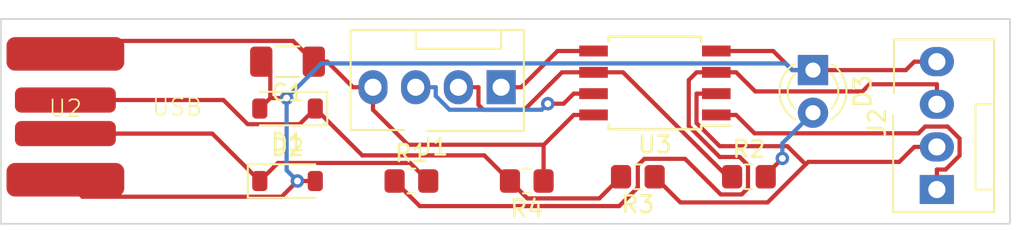
<source format=kicad_pcb>
(kicad_pcb (version 20221018) (generator pcbnew)
  (layers (0 "F.Cu" signal) (31 "B.Cu" signal) (34 "B.Paste" user) (35 "F.Paste" user) (36 "B.SilkS" user "B.Silkscreen") (37 "F.SilkS" user "F.Silkscreen") (38 "B.Mask" user) (39 "F.Mask" user) (44 "Edge.Cuts" user))
  (net 0 "")
  (net 1 "+5V")
  (net 2 "GND")
  (net 3 "Net-(D1-K)")
  (net 4 "Net-(D2-K)")
  (net 5 "Net-(D3-A)")
  (net 6 "Net-(J1-Pin_1)")
  (net 7 "Net-(J1-Pin_2)")
  (net 8 "Net-(J1-Pin_3)")
  (net 9 "Net-(J2-Pin_1)")
  (net 10 "Net-(J2-Pin_2)")
  (net 11 "Net-(J2-Pin_3)")
  (footprint "Package_SO:SOIC-8W_5.3x5.3mm_P1.27mm" (layer "F.Cu") (at 109.982 44.45 180)
    (fp_text reference "U3" (at 0 -3.68) (layer "F.SilkS"))
    (fp_text value "ATtiny85-20S")
    (fp_line (start -2.75 -2.755) (end -2.75 -2.55) (stroke (width 0.15)) (layer "F.SilkS"))
    (fp_line (start -2.75 -2.755) (end 2.75 -2.755) (stroke (width 0.15)) (layer "F.SilkS"))
    (fp_line (start -2.75 -2.55) (end -4.5 -2.55) (stroke (width 0.15)) (layer "F.SilkS"))
    (fp_line (start -2.75 2.755) (end -2.75 2.455) (stroke (width 0.15)) (layer "F.SilkS"))
    (fp_line (start -2.75 2.755) (end 2.75 2.755) (stroke (width 0.15)) (layer "F.SilkS"))
    (fp_line (start 2.75 -2.755) (end 2.75 -2.455) (stroke (width 0.15)) (layer "F.SilkS"))
    (fp_line (start 2.75 2.755) (end 2.75 2.455) (stroke (width 0.15)) (layer "F.SilkS"))
    (pad "1" smd rect (at -3.65 -1.905 180) (size 1.7 0.65) (layers "F.Cu" "F.Paste" "F.Mask") (net 9 "Net-(J2-Pin_1)"))
    (pad "2" smd rect (at -3.65 -0.635 180) (size 1.7 0.65) (layers "F.Cu" "F.Paste" "F.Mask") (net 10 "Net-(J2-Pin_2)"))
    (pad "3" smd rect (at -3.65 0.635 180) (size 1.7 0.65) (layers "F.Cu" "F.Paste" "F.Mask") (net 11 "Net-(J2-Pin_3)"))
    (pad "4" smd rect (at -3.65 1.905 180) (size 1.7 0.65) (layers "F.Cu" "F.Paste" "F.Mask") (net 2 "GND"))
    (pad "5" smd rect (at 3.65 1.905 180) (size 1.7 0.65) (layers "F.Cu" "F.Paste" "F.Mask") (net 6 "Net-(J1-Pin_1)"))
    (pad "6" smd rect (at 3.65 0.635 180) (size 1.7 0.65) (layers "F.Cu" "F.Paste" "F.Mask") (net 7 "Net-(J1-Pin_2)"))
    (pad "7" smd rect (at 3.65 -0.635 180) (size 1.7 0.65) (layers "F.Cu" "F.Paste" "F.Mask") (net 8 "Net-(J1-Pin_3)"))
    (pad "8" smd rect (at 3.65 -1.905 180) (size 1.7 0.65) (layers "F.Cu" "F.Paste" "F.Mask") (net 1 "+5V"))
  )
  (footprint "Connector:FanPinHeader_1x04_P2.54mm_Vertical" (layer "F.Cu") (at 100.838 44.704 180)
    (fp_text reference "J1" (at 4 -3.55) (layer "F.SilkS"))
    (fp_text value "Conn_01x04")
    (fp_line (start -1.35 -2.6) (end 4.4 -2.6) (stroke (width 0.12)) (layer "F.SilkS"))
    (fp_line (start -1.35 3.4) (end -1.35 -2.6) (stroke (width 0.12)) (layer "F.SilkS"))
    (fp_line (start 0 2.29) (end 5.08 2.29) (stroke (width 0.12)) (layer "F.SilkS"))
    (fp_line (start 0 3.3) (end 0 2.29) (stroke (width 0.12)) (layer "F.SilkS"))
    (fp_line (start 5.08 2.29) (end 5.08 3.3) (stroke (width 0.12)) (layer "F.SilkS"))
    (fp_line (start 5.75 -2.55) (end 8.95 -2.55) (stroke (width 0.12)) (layer "F.SilkS"))
    (fp_line (start 8.95 -2.55) (end 8.95 3.4) (stroke (width 0.12)) (layer "F.SilkS"))
    (fp_line (start 8.95 3.4) (end -1.35 3.4) (stroke (width 0.12)) (layer "F.SilkS"))
    (pad "" np_thru_hole circle (at 5.08 -2.16 270) (size 1.1 1.1) (drill 1.1) (layers "*.Cu" "*.Mask"))
    (pad "1" thru_hole rect (at 0 0 270) (size 2.03 1.73) (drill 1.02) (layers "*.Cu" "*.Mask") (net 6 "Net-(J1-Pin_1)"))
    (pad "2" thru_hole oval (at 2.54 0 270) (size 2.03 1.73) (drill 1.02) (layers "*.Cu" "*.Mask") (net 7 "Net-(J1-Pin_2)"))
    (pad "3" thru_hole oval (at 5.08 0 270) (size 2.03 1.73) (drill 1.02) (layers "*.Cu" "*.Mask") (net 8 "Net-(J1-Pin_3)"))
    (pad "4" thru_hole oval (at 7.62 0 270) (size 2.03 1.73) (drill 1.02) (layers "*.Cu" "*.Mask") (net 1 "+5V"))
  )
  (footprint "Resistor_SMD:R_0805_2012Metric_Pad1.20x1.40mm_HandSolder" (layer "F.Cu") (at 115.57 50.038)
    (fp_text reference "R2" (at 0 -1.65) (layer "F.SilkS"))
    (fp_text value "330R")
    (fp_line (start -0.227064 -0.735) (end 0.227064 -0.735) (stroke (width 0.12)) (layer "F.SilkS"))
    (fp_line (start -0.227064 0.735) (end 0.227064 0.735) (stroke (width 0.12)) (layer "F.SilkS"))
    (pad "1" smd roundrect (at -1 0) (size 1.2 1.4) (layers "F.Cu" "F.Paste" "F.Mask") (roundrect_rratio 0.208333) (net 7 "Net-(J1-Pin_2)"))
    (pad "2" smd roundrect (at 1 0) (size 1.2 1.4) (layers "F.Cu" "F.Paste" "F.Mask") (roundrect_rratio 0.208333) (net 5 "Net-(D3-A)"))
  )
  (footprint "LED_THT:LED_D3.0mm" (layer "F.Cu") (at 119.38 43.683 -90)
    (fp_text reference "D3" (at 1.27 -2.96 90) (layer "F.SilkS"))
    (fp_text value "LED" hide)
    (fp_line (start -0.29 -1.236) (end -0.29 -1.08) (stroke (width 0.12)) (layer "F.SilkS"))
    (fp_line (start -0.29 1.08) (end -0.29 1.236) (stroke (width 0.12)) (layer "F.SilkS"))
    (fp_arc (start -0.29 -1.235516) (mid 1.366487 -1.987659) (end 2.942335 -1.078608) (stroke (width 0.12)) (layer "F.SilkS"))
    (fp_arc (start 0.229039 -1.08) (mid 1.270117 -1.5) (end 2.31113 -1.079837) (stroke (width 0.12)) (layer "F.SilkS"))
    (fp_arc (start 2.31113 1.079837) (mid 1.270117 1.5) (end 0.229039 1.08) (stroke (width 0.12)) (layer "F.SilkS"))
    (fp_arc (start 2.942335 1.078608) (mid 1.366487 1.987659) (end -0.29 1.235516) (stroke (width 0.12)) (layer "F.SilkS"))
    (pad "1" thru_hole rect (at 0 0 270) (size 1.8 1.8) (drill 0.9) (layers "*.Cu" "*.Mask") (net 2 "GND"))
    (pad "2" thru_hole circle (at 2.54 0 270) (size 1.8 1.8) (drill 0.9) (layers "*.Cu" "*.Mask") (net 5 "Net-(D3-A)"))
  )
  (footprint "Connector:FanPinHeader_1x04_P2.54mm_Vertical" (layer "F.Cu") (at 126.746 50.8 90)
    (fp_text reference "J2" (at 4 -3.55 90) (layer "F.SilkS"))
    (fp_text value "Conn_01x04")
    (fp_line (start -1.35 -2.6) (end 4.4 -2.6) (stroke (width 0.12)) (layer "F.SilkS"))
    (fp_line (start -1.35 3.4) (end -1.35 -2.6) (stroke (width 0.12)) (layer "F.SilkS"))
    (fp_line (start 0 2.29) (end 5.08 2.29) (stroke (width 0.12)) (layer "F.SilkS"))
    (fp_line (start 0 3.3) (end 0 2.29) (stroke (width 0.12)) (layer "F.SilkS"))
    (fp_line (start 5.08 2.29) (end 5.08 3.3) (stroke (width 0.12)) (layer "F.SilkS"))
    (fp_line (start 5.75 -2.55) (end 8.95 -2.55) (stroke (width 0.12)) (layer "F.SilkS"))
    (fp_line (start 8.95 -2.55) (end 8.95 3.4) (stroke (width 0.12)) (layer "F.SilkS"))
    (fp_line (start 8.95 3.4) (end -1.35 3.4) (stroke (width 0.12)) (layer "F.SilkS"))
    (pad "" np_thru_hole circle (at 5.08 -2.16 180) (size 1.1 1.1) (drill 1.1) (layers "*.Cu" "*.Mask"))
    (pad "1" thru_hole rect (at 0 0 180) (size 2.03 1.73) (drill 1.02) (layers "*.Cu" "*.Mask") (net 9 "Net-(J2-Pin_1)"))
    (pad "2" thru_hole oval (at 2.54 0 180) (size 2.03 1.73) (drill 1.02) (layers "*.Cu" "*.Mask") (net 10 "Net-(J2-Pin_2)"))
    (pad "3" thru_hole oval (at 5.08 0 180) (size 2.03 1.73) (drill 1.02) (layers "*.Cu" "*.Mask") (net 11 "Net-(J2-Pin_3)"))
    (pad "4" thru_hole oval (at 7.62 0 180) (size 2.03 1.73) (drill 1.02) (layers "*.Cu" "*.Mask") (net 2 "GND"))
  )
  (footprint "Capacitor_SMD:C_1206_3216Metric_Pad1.33x1.80mm_HandSolder" (layer "F.Cu") (at 88.138 43.18 180)
    (fp_text reference "C1" (at 0 -1.85) (layer "F.SilkS"))
    (fp_text value "100n")
    (fp_line (start -0.711252 -0.91) (end 0.711252 -0.91) (stroke (width 0.12)) (layer "F.SilkS"))
    (fp_line (start -0.711252 0.91) (end 0.711252 0.91) (stroke (width 0.12)) (layer "F.SilkS"))
    (pad "1" smd roundrect (at -1.5625 0 180) (size 1.325 1.8) (layers "F.Cu" "F.Paste" "F.Mask") (roundrect_rratio 0.188679) (net 1 "+5V"))
    (pad "2" smd roundrect (at 1.5625 0 180) (size 1.325 1.8) (layers "F.Cu" "F.Paste" "F.Mask") (roundrect_rratio 0.188679) (net 2 "GND"))
  )
  (footprint "Diode_SMD:D_SOD-123" (layer "F.Cu") (at 88.138 45.974 180)
    (fp_text reference "D1" (at 0 -2) (layer "F.SilkS"))
    (fp_text value "3v6")
    (fp_line (start -2.36 -1) (end -2.36 1) (stroke (width 0.12)) (layer "F.SilkS"))
    (fp_line (start -2.36 -1) (end 1.65 -1) (stroke (width 0.12)) (layer "F.SilkS"))
    (fp_line (start -2.36 1) (end 1.65 1) (stroke (width 0.12)) (layer "F.SilkS"))
    (pad "1" smd roundrect (at -1.65 0 180) (size 0.9 1.2) (layers "F.Cu" "F.Paste" "F.Mask") (net 3 "Net-(D1-K)"))
    (pad "2" smd roundrect (at 1.65 0 180) (size 0.9 1.2) (layers "F.Cu" "F.Paste" "F.Mask") (net 2 "GND"))
  )
  (footprint "Resistor_SMD:R_0805_2012Metric_Pad1.20x1.40mm_HandSolder" (layer "F.Cu") (at 95.504 50.292)
    (fp_text reference "R1" (at 0 -1.65) (layer "F.SilkS"))
    (fp_text value "68R")
    (fp_line (start -0.227064 -0.735) (end 0.227064 -0.735) (stroke (width 0.12)) (layer "F.SilkS"))
    (fp_line (start -0.227064 0.735) (end 0.227064 0.735) (stroke (width 0.12)) (layer "F.SilkS"))
    (pad "1" smd roundrect (at -1 0) (size 1.2 1.4) (layers "F.Cu" "F.Paste" "F.Mask") (roundrect_rratio 0.208333) (net 11 "Net-(J2-Pin_3)"))
    (pad "2" smd roundrect (at 1 0) (size 1.2 1.4) (layers "F.Cu" "F.Paste" "F.Mask") (roundrect_rratio 0.208333) (net 4 "Net-(D2-K)"))
  )
  (footprint "Diode_SMD:D_SOD-123" (layer "F.Cu") (at 88.138 50.292)
    (fp_text reference "D2" (at 0 -2) (layer "F.SilkS"))
    (fp_text value "3v6")
    (fp_line (start -2.36 -1) (end -2.36 1) (stroke (width 0.12)) (layer "F.SilkS"))
    (fp_line (start -2.36 -1) (end 1.65 -1) (stroke (width 0.12)) (layer "F.SilkS"))
    (fp_line (start -2.36 1) (end 1.65 1) (stroke (width 0.12)) (layer "F.SilkS"))
    (pad "1" smd roundrect (at -1.65 0) (size 0.9 1.2) (layers "F.Cu" "F.Paste" "F.Mask") (net 4 "Net-(D2-K)"))
    (pad "2" smd roundrect (at 1.65 0) (size 0.9 1.2) (layers "F.Cu" "F.Paste" "F.Mask") (net 2 "GND"))
  )
  (footprint "Resistor_SMD:R_0805_2012Metric_Pad1.20x1.40mm_HandSolder" (layer "F.Cu") (at 102.362 50.292 180)
    (fp_text reference "R4" (at 0 -1.65) (layer "F.SilkS"))
    (fp_text value "1k5")
    (fp_line (start -0.227064 -0.735) (end 0.227064 -0.735) (stroke (width 0.12)) (layer "F.SilkS"))
    (fp_line (start -0.227064 0.735) (end 0.227064 0.735) (stroke (width 0.12)) (layer "F.SilkS"))
    (pad "1" smd roundrect (at -1 0 180) (size 1.2 1.4) (layers "F.Cu" "F.Paste" "F.Mask") (roundrect_rratio 0.208333) (net 1 "+5V"))
    (pad "2" smd roundrect (at 1 0 180) (size 1.2 1.4) (layers "F.Cu" "F.Paste" "F.Mask") (roundrect_rratio 0.208333) (net 3 "Net-(D1-K)"))
  )
  (footprint "1_My_custom_library:PCB_USB_Connector" (layer "F.Cu") (at 74.93 46.466)
    (fp_text reference "U2" (at 0 -0.5 unlocked) (layer "F.SilkS") (effects (font (thickness 0.1))))
    (fp_text value "~")
    (fp_text user "USB" (at 5.08 0 unlocked) (layer "F.SilkS") (effects (font (thickness 0.1)) (justify left bottom)))
    (pad "1" smd roundrect (at 0 -3.75) (size 7 2) (layers "F.Cu" "F.Paste" "F.Mask") (net 1 "+5V"))
    (pad "2" smd roundrect (at 0 -1) (size 6 1.5) (layers "F.Cu" "F.Paste" "F.Mask") (net 3 "Net-(D1-K)"))
    (pad "3" smd roundrect (at 0 1) (size 6 1.5) (layers "F.Cu" "F.Paste" "F.Mask") (net 4 "Net-(D2-K)"))
    (pad "4" smd roundrect (at 0 3.75) (size 7 2) (layers "F.Cu" "F.Paste" "F.Mask") (net 2 "GND"))
  )
  (footprint "Resistor_SMD:R_0805_2012Metric_Pad1.20x1.40mm_HandSolder" (layer "F.Cu") (at 108.966 50.038 180)
    (fp_text reference "R3" (at 0 -1.65) (layer "F.SilkS"))
    (fp_text value "68R")
    (fp_line (start -0.227064 -0.735) (end 0.227064 -0.735) (stroke (width 0.12)) (layer "F.SilkS"))
    (fp_line (start -0.227064 0.735) (end 0.227064 0.735) (stroke (width 0.12)) (layer "F.SilkS"))
    (pad "1" smd roundrect (at -1 0 180) (size 1.2 1.4) (layers "F.Cu" "F.Paste" "F.Mask") (roundrect_rratio 0.208333) (net 10 "Net-(J2-Pin_2)"))
    (pad "2" smd roundrect (at 1 0 180) (size 1.2 1.4) (layers "F.Cu" "F.Paste" "F.Mask") (roundrect_rratio 0.208333) (net 3 "Net-(D1-K)"))
  )
  (gr_rect (start 71.092 40.64) (end 131.092 52.84) (stroke (width 0.1)) (fill none) (layer "Edge.Cuts"))
  (segment (start 106.332 46.355) (end 105.1551 46.355) (width 0.25) (layer "F.Cu") (net 1))
  (segment (start 90.5021 43.18) (end 92.0261 44.704) (width 0.25) (layer "F.Cu") (net 1))
  (segment (start 93.218 44.704) (end 93.218 46.0459) (width 0.25) (layer "F.Cu") (net 1))
  (segment (start 74.93 42.716) (end 75.7013 41.9447) (width 0.25) (layer "F.Cu") (net 1))
  (segment (start 88.4652 41.9447) (end 89.7005 43.18) (width 0.25) (layer "F.Cu") (net 1))
  (segment (start 103.3786 48.1315) (end 103.362 48.1315) (width 0.25) (layer "F.Cu") (net 1))
  (segment (start 95.3036 48.1315) (end 93.218 46.0459) (width 0.25) (layer "F.Cu") (net 1))
  (segment (start 89.7005 43.18) (end 90.5021 43.18) (width 0.25) (layer "F.Cu") (net 1))
  (segment (start 93.218 44.704) (end 92.0261 44.704) (width 0.25) (layer "F.Cu") (net 1))
  (segment (start 105.1551 46.355) (end 103.3786 48.1315) (width 0.25) (layer "F.Cu") (net 1))
  (segment (start 103.362 48.1315) (end 95.3036 48.1315) (width 0.25) (layer "F.Cu") (net 1))
  (segment (start 75.7013 41.9447) (end 88.4652 41.9447) (width 0.25) (layer "F.Cu") (net 1))
  (segment (start 103.362 50.292) (end 103.362 48.1315) (width 0.25) (layer "F.Cu") (net 1))
  (segment (start 126.746 43.18) (end 125.4041 43.18) (width 0.25) (layer "F.Cu") (net 2))
  (segment (start 117.0151 42.545) (end 113.632 42.545) (width 0.25) (layer "F.Cu") (net 2))
  (segment (start 87.7901 51.2276) (end 88.7257 50.292) (width 0.25) (layer "F.Cu") (net 2))
  (segment (start 75.9416 51.2276) (end 87.7901 51.2276) (width 0.25) (layer "F.Cu") (net 2))
  (segment (start 89.788 50.292) (end 88.7257 50.292) (width 0.25) (layer "F.Cu") (net 2))
  (segment (start 119.38 43.683) (end 118.1531 43.683) (width 0.25) (layer "F.Cu") (net 2))
  (segment (start 124.9011 43.683) (end 119.38 43.683) (width 0.25) (layer "F.Cu") (net 2))
  (segment (start 87.113 43.7175) (end 86.5755 43.18) (width 0.25) (layer "F.Cu") (net 2))
  (segment (start 125.4041 43.18) (end 124.9011 43.683) (width 0.25) (layer "F.Cu") (net 2))
  (segment (start 87.113 45.349) (end 87.113 43.7175) (width 0.25) (layer "F.Cu") (net 2))
  (segment (start 86.488 45.974) (end 87.113 45.349) (width 0.25) (layer "F.Cu") (net 2))
  (segment (start 87.113 45.349) (end 88.0828 45.349) (width 0.25) (layer "F.Cu") (net 2))
  (segment (start 74.93 50.216) (end 75.9416 51.2276) (width 0.25) (layer "F.Cu") (net 2))
  (segment (start 118.1531 43.683) (end 117.0151 42.545) (width 0.25) (layer "F.Cu") (net 2))
  (via (at 88.7257 50.292) (size 0.8) (drill 0.4) (layers "F.Cu" "B.Cu") (net 2))
  (via (at 88.0828 45.349) (size 0.8) (drill 0.4) (layers "F.Cu" "B.Cu") (net 2))
  (segment (start 117.7564 43.2863) (end 90.1455 43.2863) (width 0.25) (layer "B.Cu") (net 2))
  (segment (start 90.1455 43.2863) (end 88.0828 45.349) (width 0.25) (layer "B.Cu") (net 2))
  (segment (start 88.0828 45.349) (end 88.0828 49.6491) (width 0.25) (layer "B.Cu") (net 2))
  (segment (start 118.1531 43.683) (end 117.7564 43.2863) (width 0.25) (layer "B.Cu") (net 2))
  (segment (start 88.0828 49.6491) (end 88.7257 50.292) (width 0.25) (layer "B.Cu") (net 2))
  (segment (start 119.38 43.683) (end 118.1531 43.683) (width 0.25) (layer "B.Cu") (net 2))
  (segment (start 74.93 45.466) (end 84.3276 45.466) (width 0.25) (layer "F.Cu") (net 3))
  (segment (start 102.3973 51.3273) (end 106.6767 51.3273) (width 0.25) (layer "F.Cu") (net 3))
  (segment (start 89.788 45.974) (end 92.5782 48.7642) (width 0.25) (layer "F.Cu") (net 3))
  (segment (start 92.5782 48.7642) (end 99.8342 48.7642) (width 0.25) (layer "F.Cu") (net 3))
  (segment (start 85.7678 46.9062) (end 88.8558 46.9062) (width 0.25) (layer "F.Cu") (net 3))
  (segment (start 101.362 50.292) (end 102.3973 51.3273) (width 0.25) (layer "F.Cu") (net 3))
  (segment (start 99.8342 48.7642) (end 101.362 50.292) (width 0.25) (layer "F.Cu") (net 3))
  (segment (start 84.3276 45.466) (end 85.7678 46.9062) (width 0.25) (layer "F.Cu") (net 3))
  (segment (start 88.8558 46.9062) (end 89.788 45.974) (width 0.25) (layer "F.Cu") (net 3))
  (segment (start 106.6767 51.3273) (end 107.966 50.038) (width 0.25) (layer "F.Cu") (net 3))
  (segment (start 74.93 47.466) (end 83.662 47.466) (width 0.25) (layer "F.Cu") (net 4))
  (segment (start 83.662 47.466) (end 86.488 50.292) (width 0.25) (layer "F.Cu") (net 4))
  (segment (start 96.504 50.292) (end 95.4281 49.2161) (width 0.25) (layer "F.Cu") (net 4))
  (segment (start 87.5639 49.2161) (end 86.488 50.292) (width 0.25) (layer "F.Cu") (net 4))
  (segment (start 95.4281 49.2161) (end 87.5639 49.2161) (width 0.25) (layer "F.Cu") (net 4))
  (segment (start 117.558 48.9442) (end 116.57 49.9322) (width 0.25) (layer "F.Cu") (net 5))
  (segment (start 116.57 49.9322) (end 116.57 50.038) (width 0.25) (layer "F.Cu") (net 5))
  (via (at 117.558 48.9442) (size 0.8) (drill 0.4) (layers "F.Cu" "B.Cu") (net 5))
  (segment (start 117.558 48.045) (end 117.558 48.9442) (width 0.25) (layer "B.Cu") (net 5))
  (segment (start 119.38 46.223) (end 117.558 48.045) (width 0.25) (layer "B.Cu") (net 5))
  (segment (start 106.332 42.545) (end 104.1889 42.545) (width 0.25) (layer "F.Cu") (net 6))
  (segment (start 104.1889 42.545) (end 102.0299 44.704) (width 0.25) (layer "F.Cu") (net 6))
  (segment (start 100.838 44.704) (end 102.0299 44.704) (width 0.25) (layer "F.Cu") (net 6))
  (segment (start 102.2244 46.0459) (end 99.7769 46.0459) (width 0.25) (layer "F.Cu") (net 7))
  (segment (start 98.298 44.704) (end 99.4899 44.704) (width 0.25) (layer "F.Cu") (net 7))
  (segment (start 106.332 43.815) (end 108.0823 43.815) (width 0.25) (layer "F.Cu") (net 7))
  (segment (start 99.7769 46.0459) (end 99.4899 45.7589) (width 0.25) (layer "F.Cu") (net 7))
  (segment (start 104.4553 43.815) (end 102.2244 46.0459) (width 0.25) (layer "F.Cu") (net 7))
  (segment (start 99.4899 45.7589) (end 99.4899 44.704) (width 0.25) (layer "F.Cu") (net 7))
  (segment (start 106.332 43.815) (end 104.4553 43.815) (width 0.25) (layer "F.Cu") (net 7))
  (segment (start 108.0823 43.815) (end 114.3053 50.038) (width 0.25) (layer "F.Cu") (net 7))
  (segment (start 114.3053 50.038) (end 114.57 50.038) (width 0.25) (layer "F.Cu") (net 7))
  (segment (start 106.332 45.085) (end 105.1551 45.085) (width 0.25) (layer "F.Cu") (net 8))
  (segment (start 104.5549 45.6852) (end 105.1551 45.085) (width 0.25) (layer "F.Cu") (net 8))
  (segment (start 103.613 45.6852) (end 104.5549 45.6852) (width 0.25) (layer "F.Cu") (net 8))
  (via (at 103.613 45.6852) (size 0.8) (drill 0.4) (layers "F.Cu" "B.Cu") (net 8))
  (segment (start 97.7703 46.0459) (end 103.2523 46.0459) (width 0.25) (layer "B.Cu") (net 8))
  (segment (start 96.9499 45.2255) (end 97.7703 46.0459) (width 0.25) (layer "B.Cu") (net 8))
  (segment (start 103.2523 46.0459) (end 103.613 45.6852) (width 0.25) (layer "B.Cu") (net 8))
  (segment (start 95.758 44.704) (end 96.9499 44.704) (width 0.25) (layer "B.Cu") (net 8))
  (segment (start 96.9499 44.704) (end 96.9499 45.2255) (width 0.25) (layer "B.Cu") (net 8))
  (segment (start 125.6453 47.4499) (end 126.0477 47.0475) (width 0.25) (layer "F.Cu") (net 9))
  (segment (start 128.0956 47.7606) (end 128.0956 48.78) (width 0.25) (layer "F.Cu") (net 9))
  (segment (start 128.0956 48.78) (end 127.2675 49.6081) (width 0.25) (layer "F.Cu") (net 9))
  (segment (start 126.0477 47.0475) (end 127.3825 47.0475) (width 0.25) (layer "F.Cu") (net 9))
  (segment (start 114.8089 46.355) (end 115.9038 47.4499) (width 0.25) (layer "F.Cu") (net 9))
  (segment (start 127.2675 49.6081) (end 126.746 49.6081) (width 0.25) (layer "F.Cu") (net 9))
  (segment (start 115.9038 47.4499) (end 125.6453 47.4499) (width 0.25) (layer "F.Cu") (net 9))
  (segment (start 127.3825 47.0475) (end 128.0956 47.7606) (width 0.25) (layer "F.Cu") (net 9))
  (segment (start 113.632 46.355) (end 114.8089 46.355) (width 0.25) (layer "F.Cu") (net 9))
  (segment (start 126.746 50.8) (end 126.746 49.6081) (width 0.25) (layer "F.Cu") (net 9))
  (segment (start 124.5133 49.1508) (end 125.4041 48.26) (width 0.25) (layer "F.Cu") (net 10))
  (segment (start 118.9465 49.3046) (end 117.8591 48.2173) (width 0.25) (layer "F.Cu") (net 10))
  (segment (start 109.966 50.038) (end 111.4961 51.5681) (width 0.25) (layer "F.Cu") (net 10))
  (segment (start 117.8591 48.2173) (end 113.8335 48.2173) (width 0.25) (layer "F.Cu") (net 10))
  (segment (start 118.9465 49.3046) (end 119.1003 49.1508) (width 0.25) (layer "F.Cu") (net 10))
  (segment (start 119.1003 49.1508) (end 124.5133 49.1508) (width 0.25) (layer "F.Cu") (net 10))
  (segment (start 116.683 51.5681) (end 118.9465 49.3046) (width 0.25) (layer "F.Cu") (net 10))
  (segment (start 126.746 48.26) (end 125.4041 48.26) (width 0.25) (layer "F.Cu") (net 10))
  (segment (start 113.8335 48.2173) (end 112.4551 46.8389) (width 0.25) (layer "F.Cu") (net 10))
  (segment (start 112.4551 46.8389) (end 112.4551 45.085) (width 0.25) (layer "F.Cu") (net 10))
  (segment (start 113.632 45.085) (end 112.4551 45.085) (width 0.25) (layer "F.Cu") (net 10))
  (segment (start 111.4961 51.5681) (end 116.683 51.5681) (width 0.25) (layer "F.Cu") (net 10))
  (segment (start 109.358 48.9701) (end 111.7746 48.9701) (width 0.25) (layer "F.Cu") (net 11))
  (segment (start 113.8354 48.8611) (end 111.994 47.0197) (width 0.25) (layer "F.Cu") (net 11))
  (segment (start 115.5161 50.7139) (end 115.5161 49.3572) (width 0.25) (layer "F.Cu") (net 11))
  (segment (start 108.966 50.6778) (end 108.966 49.3621) (width 0.25) (layer "F.Cu") (net 11))
  (segment (start 111.7746 48.9701) (end 113.8955 51.091) (width 0.25) (layer "F.Cu") (net 11))
  (segment (start 113.632 43.815) (end 112.4551 43.815) (width 0.25) (layer "F.Cu") (net 11))
  (segment (start 107.8572 51.7866) (end 108.966 50.6778) (width 0.25) (layer "F.Cu") (net 11))
  (segment (start 126.746 45.72) (end 126.746 44.5281) (width 0.25) (layer "F.Cu") (net 11))
  (segment (start 94.504 50.292) (end 95.9986 51.7866) (width 0.25) (layer "F.Cu") (net 11))
  (segment (start 122.7454 44.5281) (end 122.3205 44.953) (width 0.25) (layer "F.Cu") (net 11))
  (segment (start 115.02 48.8611) (end 113.8354 48.8611) (width 0.25) (layer "F.Cu") (net 11))
  (segment (start 111.994 47.0197) (end 111.994 44.2761) (width 0.25) (layer "F.Cu") (net 11))
  (segment (start 126.746 44.5281) (end 122.7454 44.5281) (width 0.25) (layer "F.Cu") (net 11))
  (segment (start 122.3205 44.953) (end 115.9469 44.953) (width 0.25) (layer "F.Cu") (net 11))
  (segment (start 115.5161 49.3572) (end 115.02 48.8611) (width 0.25) (layer "F.Cu") (net 11))
  (segment (start 115.9469 44.953) (end 114.8089 43.815) (width 0.25) (layer "F.Cu") (net 11))
  (segment (start 113.632 43.815) (end 114.8089 43.815) (width 0.25) (layer "F.Cu") (net 11))
  (segment (start 113.8955 51.091) (end 115.139 51.091) (width 0.25) (layer "F.Cu") (net 11))
  (segment (start 95.9986 51.7866) (end 107.8572 51.7866) (width 0.25) (layer "F.Cu") (net 11))
  (segment (start 108.966 49.3621) (end 109.358 48.9701) (width 0.25) (layer "F.Cu") (net 11))
  (segment (start 111.994 44.2761) (end 112.4551 43.815) (width 0.25) (layer "F.Cu") (net 11))
  (segment (start 115.139 51.091) (end 115.5161 50.7139) (width 0.25) (layer "F.Cu") (net 11))
)
</source>
